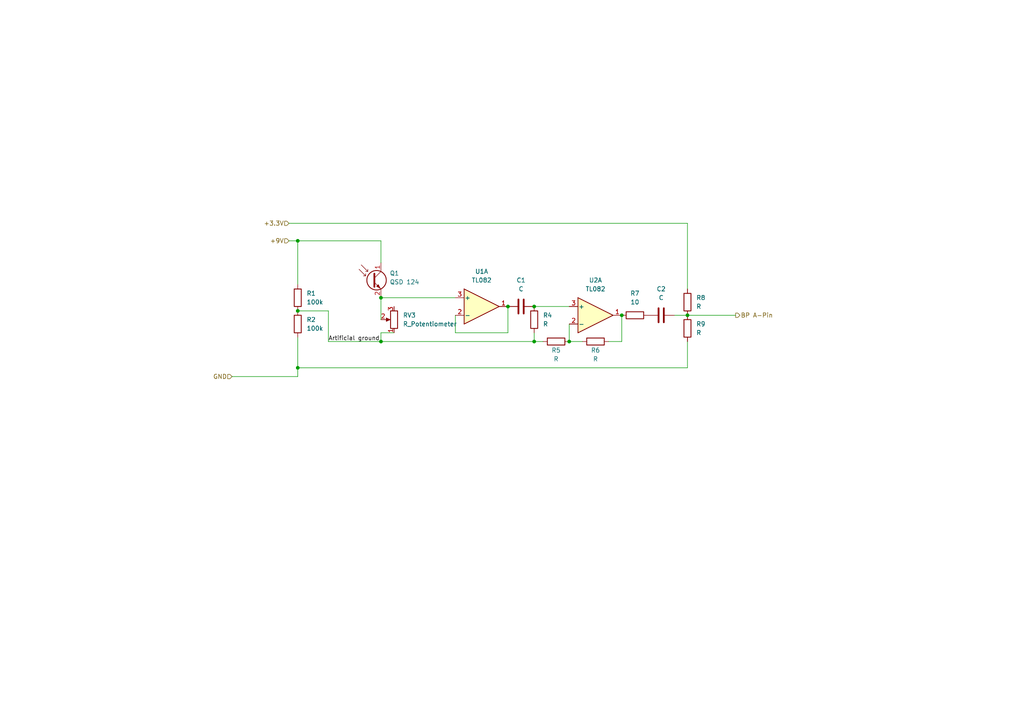
<source format=kicad_sch>
(kicad_sch (version 20230121) (generator eeschema)
  (paper "A4")
  (lib_symbols
    (symbol "Amplifier_Operational:TL082" (pin_names (offset 0.127))
      (property "Reference" "U" (at 0 5.08 0))
      (property "Value" "TL082" (at 0 -5.08 0))
      (symbol "TL082_1_1"
        (polyline (pts (xy -5.08 5.08) (xy 5.08 0) (xy -5.08 -5.08) (xy -5.08 5.08)) (stroke (width 0.254)) (fill (type background)))
        (pin output line (at 7.62 0 180) (length 2.54) (name "~") (number "1"))
        (pin input line (at -7.62 -2.54 0) (length 2.54) (name "-") (number "2"))
        (pin input line (at -7.62 2.54 0) (length 2.54) (name "+") (number "3"))
      )
      (symbol "TL082_2_1"
        (polyline (pts (xy -5.08 5.08) (xy 5.08 0) (xy -5.08 -5.08) (xy -5.08 5.08)) (stroke (width 0.254)) (fill (type background)))
        (pin input line (at -7.62 2.54 0) (length 2.54) (name "+") (number "5"))
        (pin input line (at -7.62 -2.54 0) (length 2.54) (name "-") (number "6"))
        (pin output line (at 7.62 0 180) (length 2.54) (name "~") (number "7"))
      )
      (symbol "TL082_3_1"
        (pin power_in line (at -2.54 -7.62 90) (length 3.81) (name "V-") (number "4"))
        (pin power_in line (at -2.54 7.62 270) (length 3.81) (name "V+") (number "8"))
      )
    )
    (symbol "Device:C" (pin_numbers hide) (pin_names (offset 0.254))
      (property "Reference" "C" (at 0.635 2.54 0))
      (property "Value" "C" (at 0.635 -2.54 0))
      (symbol "C_0_1"
        (polyline (pts (xy -2.032 -0.762) (xy 2.032 -0.762)) (stroke (width 0.508)))
        (polyline (pts (xy -2.032 0.762) (xy 2.032 0.762)) (stroke (width 0.508)))
      )
      (symbol "C_1_1"
        (pin passive line (at 0 3.81 270) (length 2.794) (name "~") (number "1"))
        (pin passive line (at 0 -3.81 90) (length 2.794) (name "~") (number "2"))
      )
    )
    (symbol "Device:R" (pin_numbers hide) (pin_names (offset 0))
      (property "Reference" "R" (at 2.032 0 90))
      (property "Value" "R" (at 0 0 90))
      (symbol "R_0_1"
        (rectangle (start -1.016 -2.54) (end 1.016 2.54) (stroke (width 0.254)))
      )
      (symbol "R_1_1"
        (pin passive line (at 0 3.81 270) (length 1.27) (name "~") (number "1"))
        (pin passive line (at 0 -3.81 90) (length 1.27) (name "~") (number "2"))
      )
    )
    (symbol "Device:R_Potentiometer" (pin_names (offset 1.016) hide)
      (property "Reference" "RV" (at -4.445 0 90))
      (property "Value" "R_Potentiometer" (at -2.54 0 90))
      (symbol "R_Potentiometer_0_1"
        (polyline (pts (xy 2.54 0) (xy 1.524 0)))
        (polyline (pts (xy 1.143 0) (xy 2.286 0.508) (xy 2.286 -0.508) (xy 1.143 0)) (fill (type outline)))
        (rectangle (start 1.016 2.54) (end -1.016 -2.54) (stroke (width 0.254)))
      )
      (symbol "R_Potentiometer_1_1"
        (pin passive line (at 0 3.81 270) (length 1.27) (name "1") (number "1"))
        (pin passive line (at 3.81 0 180) (length 1.27) (name "2") (number "2"))
        (pin passive line (at 0 -3.81 90) (length 1.27) (name "3") (number "3"))
      )
    )
    (symbol "Sensor_Optical:BP103B" (pin_names (offset 0) hide)
      (property "Reference" "Q" (at 5.08 1.27 0))
      (property "Value" "BP103B" (at 5.08 -1.27 0))
      (symbol "BP103B_0_1"
        (polyline (pts (xy -1.905 1.27) (xy -2.54 1.27)))
        (polyline (pts (xy -1.27 2.54) (xy -1.905 2.54)))
        (polyline (pts (xy 0.635 0.635) (xy 2.54 2.54)))
        (polyline (pts (xy -3.81 3.175) (xy -1.905 1.27) (xy -1.905 1.905)))
        (polyline (pts (xy -3.175 4.445) (xy -1.27 2.54) (xy -1.27 3.175)))
        (polyline (pts (xy 0.635 -0.635) (xy 2.54 -2.54) (xy 2.54 -2.54)))
        (polyline (pts (xy 0.635 1.905) (xy 0.635 -1.905) (xy 0.635 -1.905)) (stroke (width 0.508)))
        (polyline (pts (xy 1.27 -1.778) (xy 1.778 -1.27) (xy 2.286 -2.286) (xy 1.27 -1.778) (xy 1.27 -1.778)) (fill (type outline)))
        (circle (center 1.27 0) (radius 2.8194) (stroke (width 0.254)))
      )
      (symbol "BP103B_1_1"
        (pin passive line (at 2.54 5.08 270) (length 2.54) (name "C") (number "1"))
        (pin passive line (at 2.54 -5.08 90) (length 2.54) (name "E") (number "2"))
      )
    )
  )
  (junction (at 86.36 69.85))
  (junction (at 165.1 99.06))
  (junction (at 154.94 88.9))
  (junction (at 147.32 88.9))
  (junction (at 154.94 99.06))
  (junction (at 110.49 99.06))
  (junction (at 86.36 90.17))
  (junction (at 180.34 91.44))
  (junction (at 86.36 106.68))
  (junction (at 199.39 91.44))
  (junction (at 110.49 86.36))
  (wire (pts (xy 199.39 106.68) (xy 86.36 106.68)))
  (wire (pts (xy 110.49 99.06) (xy 154.94 99.06)))
  (wire (pts (xy 95.25 99.06) (xy 110.49 99.06)))
  (wire (pts (xy 154.94 99.06) (xy 154.94 96.52)))
  (wire (pts (xy 67.31 109.22) (xy 86.36 109.22)))
  (wire (pts (xy 83.82 69.85) (xy 86.36 69.85)))
  (wire (pts (xy 86.36 69.85) (xy 110.49 69.85)))
  (wire (pts (xy 132.08 96.52) (xy 147.32 96.52)))
  (wire (pts (xy 165.1 93.98) (xy 165.1 99.06)))
  (wire (pts (xy 86.36 106.68) (xy 86.36 97.79)))
  (wire (pts (xy 199.39 99.06) (xy 199.39 106.68)))
  (wire (pts (xy 199.39 64.77) (xy 199.39 83.82)))
  (wire (pts (xy 110.49 96.52) (xy 110.49 99.06)))
  (wire (pts (xy 86.36 69.85) (xy 86.36 82.55)))
  (wire (pts (xy 154.94 99.06) (xy 157.48 99.06)))
  (wire (pts (xy 110.49 86.36) (xy 110.49 92.71)))
  (wire (pts (xy 110.49 86.36) (xy 132.08 86.36)))
  (wire (pts (xy 199.39 91.44) (xy 195.58 91.44)))
  (wire (pts (xy 132.08 91.44) (xy 132.08 96.52)))
  (wire (pts (xy 110.49 69.85) (xy 110.49 76.2)))
  (wire (pts (xy 86.36 90.17) (xy 95.25 90.17)))
  (wire (pts (xy 180.34 99.06) (xy 180.34 91.44)))
  (wire (pts (xy 154.94 88.9) (xy 165.1 88.9)))
  (wire (pts (xy 176.53 99.06) (xy 180.34 99.06)))
  (wire (pts (xy 165.1 99.06) (xy 168.91 99.06)))
  (wire (pts (xy 199.39 91.44) (xy 213.36 91.44)))
  (wire (pts (xy 147.32 96.52) (xy 147.32 88.9)))
  (wire (pts (xy 83.82 64.77) (xy 199.39 64.77)))
  (wire (pts (xy 114.3 96.52) (xy 110.49 96.52)))
  (wire (pts (xy 86.36 109.22) (xy 86.36 106.68)))
  (wire (pts (xy 95.25 90.17) (xy 95.25 99.06)))
  (label "Artificial ground" (at 95.25 99.06 0) (effects (font (size 1.2 1.2))))
  (hierarchical_label "+9V" (shape input) (at 83.82 69.85 180))
  (hierarchical_label "+3.3V" (shape input) (at 83.82 64.77 180))
  (hierarchical_label "BP A-Pin" (shape output) (at 213.36 91.44 0))
  (hierarchical_label "GND" (shape input) (at 67.31 109.22 180))
  (symbol (lib_id "Device:C") (at 151.13 88.9 90) (unit 1)
    (property "Reference" "C1" (at 151.13 81.28 90))
    (property "Value" "C" (at 151.13 83.82 90))
    (property "Footprint" "Capacitor_THT:C_Axial_L5.1mm_D3.1mm_P15.00mm_Horizontal" (effects hide))
  )
  (symbol (lib_id "Device:R_Potentiometer") (at 114.3 92.71 180) (unit 1)
    (property "Reference" "RV3" (at 116.84 91.44 0) (effects (justify right)))
    (property "Value" "R_Potentiometer" (at 116.84 93.98 0) (effects (justify right)))
    (property "Footprint" "Potentiometer_THT:Potentiometer_Bourns_3386C_Horizontal" (effects hide))
  )
  (symbol (lib_id "Device:C") (at 191.77 91.44 90) (unit 1)
    (property "Reference" "C2" (at 191.77 83.82 90))
    (property "Value" "C" (at 191.77 86.36 90))
    (property "Footprint" "Capacitor_THT:C_Axial_L5.1mm_D3.1mm_P15.00mm_Horizontal" (effects hide))
  )
  (symbol (lib_id "Device:R") (at 199.39 95.25 0) (unit 1)
    (property "Reference" "R9" (at 201.93 93.9799 0) (effects (justify left)))
    (property "Value" "R" (at 201.93 96.5199 0) (effects (justify left)))
    (property "Footprint" "Resistor_THT:R_Axial_DIN0204_L3.6mm_D1.6mm_P2.54mm_Vertical" (effects hide))
  )
  (symbol (lib_id "Device:R") (at 184.15 91.44 90) (unit 1)
    (property "Reference" "R7" (at 184.15 85.09 90))
    (property "Value" "10" (at 184.15 87.63 90))
    (property "Footprint" "Resistor_THT:R_Axial_DIN0204_L3.6mm_D1.6mm_P2.54mm_Vertical" (effects hide))
  )
  (symbol (lib_id "Device:R") (at 199.39 87.63 0) (unit 1)
    (property "Reference" "R8" (at 201.93 86.3599 0) (effects (justify left)))
    (property "Value" "R" (at 201.93 88.8999 0) (effects (justify left)))
    (property "Footprint" "Resistor_THT:R_Axial_DIN0204_L3.6mm_D1.6mm_P2.54mm_Vertical" (effects hide))
  )
  (symbol (lib_id "Amplifier_Operational:TL082") (at 172.72 91.44 0) (unit 1)
    (property "Reference" "U2" (at 172.72 81.28 0))
    (property "Value" "TL082" (at 172.72 83.82 0))
    (property "Footprint" "Package_SO:SSO-8_6.7x9.8mm_P2.54mm_Clearance8mm" (effects hide))
    (property "Datasheet" "http://www.ti.com/lit/ds/symlink/tl081.pdf" (effects hide))
  )
  (symbol (lib_id "Amplifier_Operational:TL082") (at 139.7 88.9 0) (unit 1)
    (property "Reference" "U1" (at 139.7 78.74 0))
    (property "Value" "TL082" (at 139.7 81.28 0))
    (property "Footprint" "Package_SO:SSO-8_6.7x9.8mm_P2.54mm_Clearance8mm" (effects hide))
    (property "Datasheet" "http://www.ti.com/lit/ds/symlink/tl081.pdf" (effects hide))
  )
  (symbol (lib_id "Device:R") (at 86.36 86.36 0) (unit 1)
    (property "Reference" "R1" (at 88.9 85.0899 0) (effects (justify left)))
    (property "Value" "100k" (at 88.9 87.6299 0) (effects (justify left)))
    (property "Footprint" "Resistor_THT:R_Axial_DIN0204_L3.6mm_D1.6mm_P2.54mm_Vertical" (effects hide))
  )
  (symbol (lib_id "Device:R") (at 172.72 99.06 270) (unit 1)
    (property "Reference" "R6" (at 172.72 101.6 90))
    (property "Value" "R" (at 172.72 104.14 90))
    (property "Footprint" "Resistor_THT:R_Axial_DIN0204_L3.6mm_D1.6mm_P2.54mm_Vertical" (effects hide))
  )
  (symbol (lib_id "Device:R") (at 161.29 99.06 90) (unit 1)
    (property "Reference" "R5" (at 161.29 101.6 90))
    (property "Value" "R" (at 161.29 104.14 90))
    (property "Footprint" "Resistor_THT:R_Axial_DIN0204_L3.6mm_D1.6mm_P2.54mm_Vertical" (effects hide))
  )
  (symbol (lib_id "Device:R") (at 154.94 92.71 0) (unit 1)
    (property "Reference" "R4" (at 157.48 91.4399 0) (effects (justify left)))
    (property "Value" "R" (at 157.48 93.9799 0) (effects (justify left)))
    (property "Footprint" "Resistor_THT:R_Axial_DIN0204_L3.6mm_D1.6mm_P2.54mm_Vertical" (effects hide))
  )
  (symbol (lib_id "Device:R") (at 86.36 93.98 0) (unit 1)
    (property "Reference" "R2" (at 88.9 92.7099 0) (effects (justify left)))
    (property "Value" "100k" (at 88.9 95.2499 0) (effects (justify left)))
    (property "Footprint" "Resistor_THT:R_Axial_DIN0204_L3.6mm_D1.6mm_P2.54mm_Vertical" (effects hide))
  )
  (symbol (lib_id "Sensor_Optical:BP103B") (at 107.95 81.28 0) (unit 1)
    (property "Reference" "Q1" (at 113.03 79.2606 0) (effects (justify left)))
    (property "Value" "QSD 124" (at 113.03 81.8006 0) (effects (justify left)))
    (property "Footprint" "LED_THT:LED_D5.0mm_Clear" (effects hide))
    (property "Datasheet" "http://www.b-kainka.de/Daten/Sensor/bp103bf.pdf" (effects hide))
  )
)
</source>
